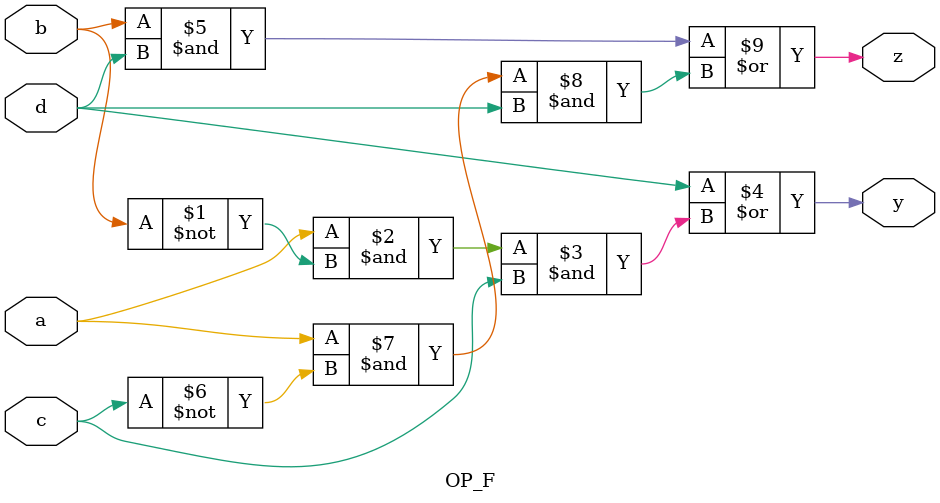
<source format=sv>
`timescale 1ns / 1ps


module OP_F(a,b,c,d,y,z);
input logic a,b,c,d;
output logic y,z;
assign y= d | (a&~b&c);
assign z=(b&d)|(a&~c&d);
endmodule



</source>
